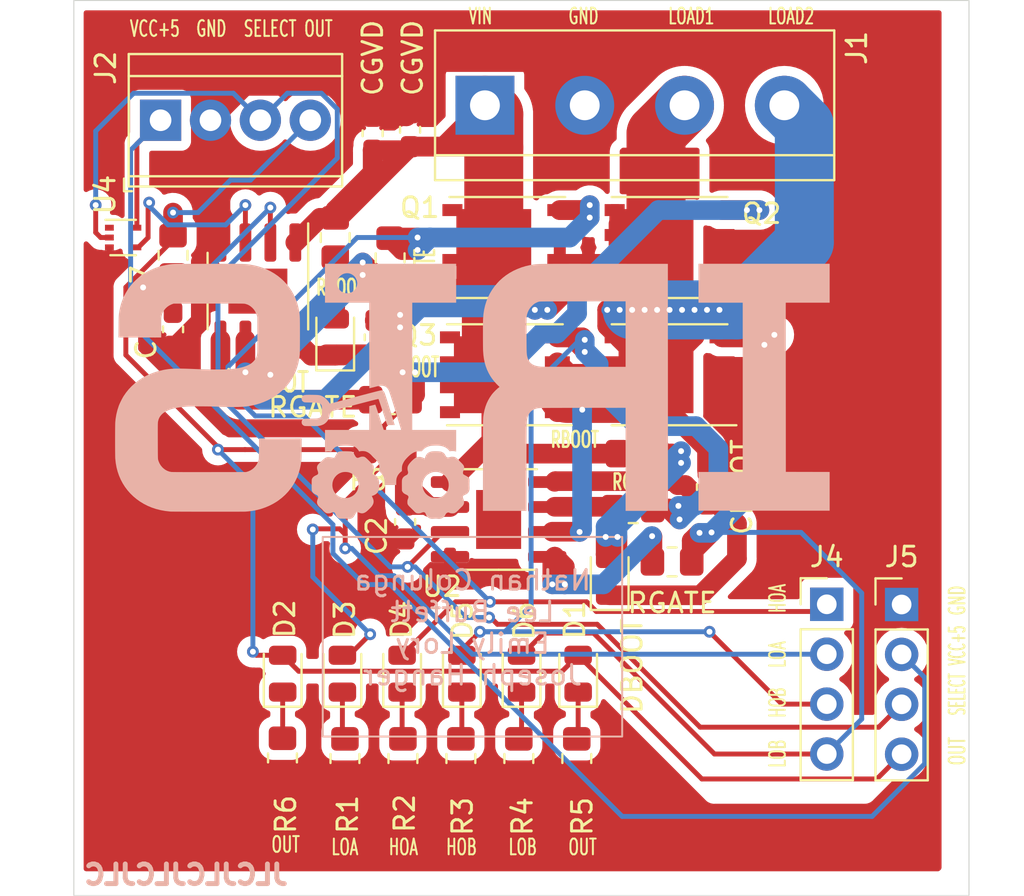
<source format=kicad_pcb>
(kicad_pcb (version 20221018) (generator pcbnew)
  (layers (0 "F.Cu" signal) (31 "B.Cu" signal) (34 "B.Paste" user) (35 "F.Paste" user) (36 "B.SilkS" user "B.Silkscreen") (37 "F.SilkS" user "F.Silkscreen") (38 "B.Mask" user) (39 "F.Mask" user) (44 "Edge.Cuts" user))
  (net 0 "")
  (net 1 "Net-(U1-IN)")
  (net 2 "GND")
  (net 3 "Net-(U2-IN)")
  (net 4 "Net-(DBOOT1-K)")
  (net 5 "Net-(DBOOT2-K)")
  (net 6 "VIN")
  (net 7 "Net-(D1-K)")
  (net 8 "OUT")
  (net 9 "Net-(D2-K)")
  (net 10 "Net-(D3-K)")
  (net 11 "LOA")
  (net 12 "Net-(D4-K)")
  (net 13 "HOA")
  (net 14 "Net-(D5-K)")
  (net 15 "HOB")
  (net 16 "Net-(D6-K)")
  (net 17 "LOB")
  (net 18 "Net-(DBOOT1-A)")
  (net 19 "Net-(DBOOT2-A)")
  (net 20 "LOAD1")
  (net 21 "LOAD2")
  (net 22 "VCC+5")
  (net 23 "SELECT")
  (net 24 "Net-(U1-GH)")
  (net 25 "Net-(U1-GL)")
  (net 26 "Net-(U2-GH)")
  (net 27 "Net-(U2-GL)")
  (net 28 "Net-(U1-SD')")
  (footprint "Connector_PinHeader_2.54mm:PinHeader_1x04_P2.54mm_Vertical" (layer "F.Cu") (at 92.964 51.064)
    (fp_text reference "J5")
    (fp_text value "Conn_01x04_Pin")
  )
  (footprint "Package_TO_SOT_SMD:SOT-553" (layer "F.Cu") (at 53.34 32.385)
    (fp_text reference "U4")
    (fp_text value "74LVC1GU04DRL")
  )
  (footprint "Capacitor_SMD:C_0603_1608Metric_Pad1.08x0.95mm_HandSolder" (layer "F.Cu") (at 67.945 26.8975 90)
    (fp_text reference "CGVD")
    (fp_text value "1uF")
  )
  (footprint "Diode_SMD:D_0805_2012Metric" (layer "F.Cu") (at 78.105 49.657 90)
    (fp_text reference "DBOOT")
    (fp_text value "1V")
  )
  (footprint "Package_SO:SOIC-8-1EP_3.9x4.9mm_P1.27mm_EP2.29x3mm" (layer "F.Cu") (at 60.198 35.114 -90)
    (fp_text reference "U1")
    (fp_text value "LM2104")
  )
  (footprint "Capacitor_SMD:C_0603_1608Metric_Pad1.08x0.95mm_HandSolder" (layer "F.Cu") (at 83.058 45.085 90)
    (fp_text reference "CBOOT")
    (fp_text value "100nF")
  )
  (footprint "TerminalBlock_TE-Connectivity:TerminalBlock_TE_282834-4_1x04_P2.54mm_Horizontal" (layer "F.Cu") (at 55.245 26.416)
    (fp_text reference "J2")
    (fp_text value "Screw_Terminal_01x04")
  )
  (footprint "Package_SO:PowerPAK_SO-8_Single" (layer "F.Cu") (at 72.895 32.893 180)
    (fp_text reference "Q1")
    (fp_text value "NMOS")
  )
  (footprint "Capacitor_SMD:C_0603_1608Metric_Pad1.08x0.95mm_HandSolder" (layer "F.Cu") (at 66.148 37.465 90)
    (fp_text reference "CBOOT")
    (fp_text value "100nF")
  )
  (footprint "LED_SMD:LED_0805_2012Metric" (layer "F.Cu") (at 76.5 54.585 90)
    (fp_text reference "D1")
    (fp_text value "LED")
  )
  (footprint "Package_SO:PowerPAK_SO-8_Single" (layer "F.Cu") (at 72.771 39.37 180)
    (fp_text reference "Q3")
    (fp_text value "NMOS")
  )
  (footprint "LED_SMD:LED_0805_2012Metric" (layer "F.Cu") (at 70.58 54.585 90)
    (fp_text reference "D5")
    (fp_text value "LED")
  )
  (footprint "Resistor_SMD:R_0805_2012Metric_Pad1.20x1.40mm_HandSolder" (layer "F.Cu") (at 66.929 33.417 90)
    (fp_text reference "RGATE")
    (fp_text value "2.2R")
  )
  (footprint "Resistor_SMD:R_0805_2012Metric_Pad1.20x1.40mm_HandSolder" (layer "F.Cu") (at 67.58 58.9025 90)
    (fp_text reference "R2")
    (fp_text value "1200R")
  )
  (footprint "Resistor_SMD:R_0805_2012Metric_Pad1.20x1.40mm_HandSolder" (layer "F.Cu") (at 79.3 46.185)
    (fp_text reference "RGATE")
    (fp_text value "2.2R")
  )
  (footprint "Package_SO:PowerPAK_SO-8_Single" (layer "F.Cu") (at 81.153 39.37 180)
    (fp_text reference "Q4")
    (fp_text value "NMOS")
  )
  (footprint "Resistor_SMD:R_0805_2012Metric_Pad1.20x1.40mm_HandSolder" (layer "F.Cu") (at 64.63 58.9025 90)
    (fp_text reference "R1")
    (fp_text value "1200R")
  )
  (footprint "LED_SMD:LED_0805_2012Metric" (layer "F.Cu") (at 67.54 54.585 90)
    (fp_text reference "D4")
    (fp_text value "LED")
  )
  (footprint "Connector_PinHeader_2.54mm:PinHeader_1x04_P2.54mm_Vertical" (layer "F.Cu") (at 89.154 51.054)
    (fp_text reference "J4")
    (fp_text value "Conn_01x04_Pin")
  )
  (footprint "TerminalBlock:TerminalBlock_bornier-4_P5.08mm" (layer "F.Cu") (at 71.755 25.654)
    (fp_text reference "J1")
    (fp_text value "Screw_Terminal_01x04")
  )
  (footprint "Resistor_SMD:R_0805_2012Metric_Pad1.20x1.40mm_HandSolder" (layer "F.Cu") (at 64.135 32.385 -90)
    (fp_text reference "RBOOT")
    (fp_text value "2.2R")
  )
  (footprint "Capacitor_SMD:C_0603_1608Metric_Pad1.08x0.95mm_HandSolder" (layer "F.Cu") (at 67.691 46.863 -90)
    (fp_text reference "C2")
    (fp_text value "220p")
  )
  (footprint "Resistor_SMD:R_0805_2012Metric_Pad1.20x1.40mm_HandSolder" (layer "F.Cu") (at 73.48 58.9025 90)
    (fp_text reference "R4")
    (fp_text value "1200R")
  )
  (footprint "Capacitor_SMD:C_0603_1608Metric_Pad1.08x0.95mm_HandSolder" (layer "F.Cu") (at 66.04 27.0775 90)
    (fp_text reference "CGVD")
    (fp_text value "1uF")
  )
  (footprint "Package_SO:SOIC-8-1EP_3.9x4.9mm_P1.27mm_EP2.29x3mm" (layer "F.Cu") (at 72.452 46.736)
    (fp_text reference "U2")
    (fp_text value "LM2104")
  )
  (footprint "LED_SMD:LED_0805_2012Metric" (layer "F.Cu") (at 64.5 54.585 90)
    (fp_text reference "D3")
    (fp_text value "LED")
  )
  (footprint "Resistor_SMD:R_0805_2012Metric_Pad1.20x1.40mm_HandSolder" (layer "F.Cu") (at 66.945 40.64)
    (fp_text reference "RGATE")
    (fp_text value "2.2R")
  )
  (footprint "Resistor_SMD:R_0805_2012Metric_Pad1.20x1.40mm_HandSolder" (layer "F.Cu") (at 61.45 58.8725 90)
    (fp_text reference "R6")
    (fp_text value "300R")
  )
  (footprint "LED_SMD:LED_0805_2012Metric" (layer "F.Cu") (at 73.62 54.585 90)
    (fp_text reference "D6")
    (fp_text value "LED")
  )
  (footprint "Package_SO:PowerPAK_SO-8_Single" (layer "F.Cu") (at 81.153 32.893 180)
    (fp_text reference "Q2")
    (fp_text value "NMOS")
  )
  (footprint "Capacitor_SMD:C_0603_1608Metric_Pad1.08x0.95mm_HandSolder" (layer "F.Cu") (at 55.88 37.0575 -90)
    (fp_text reference "C1")
    (fp_text value "220p")
  )
  (footprint "Resistor_SMD:R_0805_2012Metric_Pad1.20x1.40mm_HandSolder" (layer "F.Cu") (at 81.28 48.895)
    (fp_text reference "RGATE")
    (fp_text value "2.2R")
  )
  (footprint "Diode_SMD:D_0805_2012Metric" (layer "F.Cu") (at 64.135 37.465 90)
    (fp_text reference "DBOOT")
    (fp_text value "1V")
  )
  (footprint "Resistor_SMD:R_0805_2012Metric_Pad1.20x1.40mm_HandSolder" (layer "F.Cu") (at 79.5 43.385)
    (fp_text reference "RBOOT")
    (fp_text value "2.2R")
  )
  (footprint "Resistor_SMD:R_0805_2012Metric_Pad1.20x1.40mm_HandSolder" (layer "F.Cu") (at 55.88 33.29 -90)
    (fp_text reference "R7")
    (fp_text value "50R")
  )
  (footprint "Resistor_SMD:R_0805_2012Metric_Pad1.20x1.40mm_HandSolder" (layer "F.Cu") (at 70.53 58.9025 90)
    (fp_text reference "R3")
    (fp_text value "1200R")
  )
  (footprint "Resistor_SMD:R_0805_2012Metric_Pad1.20x1.40mm_HandSolder" (layer "F.Cu") (at 66.675 43.18)
    (fp_text reference "R8")
    (fp_text value "50R")
  )
  (footprint "LED_SMD:LED_0805_2012Metric" (layer "F.Cu") (at 61.46 54.585 90)
    (fp_text reference "D2")
    (fp_text value "LED")
  )
  (footprint "Resistor_SMD:R_0805_2012Metric_Pad1.20x1.40mm_HandSolder" (layer "F.Cu") (at 76.43 58.9025 90)
    (fp_text reference "R5")
    (fp_text value "300R")
  )
  (footprint "LOGO" (layer "B.Cu") (at 71.12 40.005 180)
    (fp_text reference "G***" hide)
    (fp_text value "LOGO" hide)
  )
  (gr_rect (start 63.5 47.625) (end 78.74 57.785) (stroke (width 0.1)) (fill none) (layer "B.SilkS"))
  (gr_rect (start 50.829446 20.32) (end 96.393 65.883554) (stroke (width 0.05)) (fill none) (layer "Edge.Cuts"))
  (gr_text "JLCJLCJLCJLC" (at 61.849 65.405) (layer "B.SilkS") (effects (font (size 1 1) (thickness 0.25) bold) (justify left bottom mirror)))
  (gr_text "Nathan Colunga\nLee Buffett\nEmily Lory\nJoseph Hanger" (at 71.12 55.245) (layer "B.SilkS") (effects (font (size 1 1)) (justify bottom mirror)))
  (gr_text "OUT" (at 75.946 63.881) (layer "F.SilkS") (effects (font (size 0.8 0.5) (thickness 0.1)) (justify left bottom)))
  (gr_text "LOAD1" (at 81.026 21.59) (layer "F.SilkS") (effects (font (size 0.8 0.5) (thickness 0.1)) (justify left bottom)))
  (gr_text "HOA" (at 66.802 63.881) (layer "F.SilkS") (effects (font (size 0.8 0.5) (thickness 0.1)) (justify left bottom)))
  (gr_text "VCC+5" (at 53.625 22.225) (layer "F.SilkS") (effects (font (size 0.8 0.5) (thickness 0.1)) (justify left bottom)))
  (gr_text "GND" (at 96.266 51.689 90) (layer "F.SilkS") (effects (font (size 0.8 0.5) (thickness 0.1)) (justify left bottom)))
  (gr_text "VIN\n" (at 70.866 21.59) (layer "F.SilkS") (effects (font (size 0.8 0.5) (thickness 0.1)) (justify left bottom)))
  (gr_text "SELECT" (at 59.42 22.225) (layer "F.SilkS") (effects (font (size 0.8 0.5) (thickness 0.1)) (justify left bottom)))
  (gr_text "LOAD2" (at 86.106 21.59) (layer "F.SilkS") (effects (font (size 0.8 0.5) (thickness 0.1)) (justify left bottom)))
  (gr_text "SELECT" (at 96.266 56.769 90) (layer "F.SilkS") (effects (font (size 0.8 0.4) (thickness 0.1)) (justify left bottom)))
  (gr_text "HOA" (at 87.122 51.562 90) (layer "F.SilkS") (effects (font (size 0.8 0.5) (thickness 0.1)) (justify left bottom)))
  (gr_text "HOB" (at 87.122 56.896 90) (layer "F.SilkS") (effects (font (size 0.8 0.5) (thickness 0.1)) (justify left bottom)))
  (gr_text "LOB" (at 87.122 59.436 90) (layer "F.SilkS") (effects (font (size 0.8 0.5) (thickness 0.1)) (justify left bottom)))
  (gr_text "OUT\n" (at 62.5 22.225) (layer "F.SilkS") (effects (font (size 0.8 0.5) (thickness 0.1)) (justify left bottom)))
  (gr_text "HOB" (at 69.723 63.881) (layer "F.SilkS") (effects (font (size 0.8 0.5) (thickness 0.1)) (justify left bottom)))
  (gr_text "LOA" (at 63.881 63.881) (layer "F.SilkS") (effects (font (size 0.8 0.5) (thickness 0.1)) (justify left bottom)))
  (gr_text "OUT" (at 60.833 63.754) (layer "F.SilkS") (effects (font (size 0.8 0.5) (thickness 0.1)) (justify left bottom)))
  (gr_text "VCC+5" (at 96.266 54.229 90) (layer "F.SilkS") (effects (font (size 0.8 0.4) (thickness 0.1)) (justify left bottom)))
  (gr_text "GND" (at 57 22.225) (layer "F.SilkS") (effects (font (size 0.8 0.5) (thickness 0.1)) (justify left bottom)))
  (gr_text "OUT" (at 96.266 59.309 90) (layer "F.SilkS") (effects (font (size 0.8 0.5) (thickness 0.1)) (justify left bottom)))
  (gr_text "LOB" (at 72.898 63.881) (layer "F.SilkS") (effects (font (size 0.8 0.5) (thickness 0.1)) (justify left bottom)))
  (gr_text "GND" (at 75.946 21.59) (layer "F.SilkS") (effects (font (size 0.8 0.5) (thickness 0.1)) (justify left bottom)))
  (gr_text "LOA" (at 87.122 54.356 90) (layer "F.SilkS") (effects (font (size 0.8 0.5) (thickness 0.1)) (justify left bottom)))
  (segment (start 55.88 34.29) (end 54.991 34.29) (width 0.25) (layer "F.Cu") (net 1))
  (segment (start 55.88 36.195) (end 55.88 34.29) (width 0.25) (layer "F.Cu") (net 1))
  (segment (start 54.991 34.29) (end 54.356 34.925) (width 0.25) (layer "F.Cu") (net 1))
  (segment (start 60.833 32.639) (end 60.833 30.861) (width 0.25) (layer "F.Cu") (net 1))
  (via (at 54.356 34.925) (size 0.6) (drill 0.3) (layers "F.Cu" "B.Cu") (net 1))
  (via (at 60.833 30.861) (size 0.6) (drill 0.3) (layers "F.Cu" "B.Cu") (net 1))
  (segment (start 54.356 34.925) (end 54.483 34.925) (width 0.25) (layer "B.Cu") (net 1))
  (segment (start 60.833 30.861) (end 56.769 34.925) (width 0.25) (layer "B.Cu") (net 1))
  (segment (start 56.769 34.925) (end 54.356 34.925) (width 0.25) (layer "B.Cu") (net 1))
  (segment (start 69.555 23.454) (end 74.635 23.454) (width 1) (layer "F.Cu") (net 2))
  (segment (start 57.785 26.416) (end 59.535 24.666) (width 1) (layer "F.Cu") (net 2))
  (segment (start 67.765 26.215) (end 67.945 26.035) (width 1) (layer "F.Cu") (net 2))
  (segment (start 66.04 26.215) (end 67.765 26.215) (width 1) (layer "F.Cu") (net 2))
  (segment (start 57.293 36.645325) (end 56.018325 37.92) (width 1) (layer "F.Cu") (net 2))
  (segment (start 59.535 24.666) (end 64.491 24.666) (width 1) (layer "F.Cu") (net 2))
  (segment (start 67.945 26.035) (end 67.945 25.064) (width 1) (layer "F.Cu") (net 2))
  (segment (start 57.293 33.639) (end 57.293 36.645325) (width 1) (layer "F.Cu") (net 2))
  (segment (start 61.45 59.8725) (end 76.4 59.8725) (width 0.25) (layer "F.Cu") (net 2))
  (segment (start 58.293 26.924) (end 57.785 26.416) (width 1) (layer "F.Cu") (net 2))
  (segment (start 67.945 25.064) (end 69.555 23.454) (width 1) (layer "F.Cu") (net 2))
  (segment (start 64.491 24.666) (end 66.04 26.215) (width 1) (layer "F.Cu") (net 2))
  (segment (start 58.293 32.639) (end 58.293 26.924) (width 1) (layer "F.Cu") (net 2))
  (segment (start 52.64 32.885) (end 52.64 33.593) (width 0.25) (layer "F.Cu") (net 2))
  (segment (start 58.293 32.639) (end 57.293 33.639) (width 1) (layer "F.Cu") (net 2))
  (segment (start 74.635 23.454) (end 76.835 25.654) (width 1) (layer "F.Cu") (net 2))
  (segment (start 56.018325 37.92) (end 55.88 37.92) (width 1) (layer "F.Cu") (net 2))
  (segment (start 76.4 59.8725) (end 76.43 59.9025) (width 0.25) (layer "F.Cu") (net 2))
  (segment (start 69.977 46.101) (end 68.9345 46.101) (width 1) (layer "F.Cu") (net 3))
  (segment (start 67.675 44.8415) (end 67.675 43.18) (width 1) (layer "F.Cu") (net 3))
  (segment (start 67.675 43.18) (end 67.675 45.9845) (width 1) (layer "F.Cu") (net 3))
  (segment (start 68.9345 46.101) (end 67.675 44.8415) (width 1) (layer "F.Cu") (net 3))
  (segment (start 67.691 46.0005) (end 68.834 46.0005) (width 1) (layer "F.Cu") (net 3))
  (segment (start 67.945 43.18) (end 67.945 42.545) (width 0.25) (layer "F.Cu") (net 3))
  (segment (start 67.675 45.9845) (end 67.691 46.0005) (width 1) (layer "F.Cu") (net 3))
  (segment (start 62.103 37.589) (end 62.9165 38.4025) (width 1) (layer "F.Cu") (net 4))
  (segment (start 66.148 38.3275) (end 63.683 38.3275) (width 1) (layer "F.Cu") (net 4))
  (segment (start 64.21 38.3275) (end 64.135 38.4025) (width 1) (layer "F.Cu") (net 4))
  (segment (start 62.9165 38.4025) (end 64.135 38.4025) (width 1) (layer "F.Cu") (net 4))
  (segment (start 84.582 46.943944) (end 83.585556 45.9475) (width 1) (layer "F.Cu") (net 5))
  (segment (start 81.361 44.785) (end 81.561 44.985) (width 1) (layer "F.Cu") (net 5))
  (segment (start 81.561 44.985) (end 81.957175 44.985) (width 1) (layer "F.Cu") (net 5))
  (segment (start 75.342 44.785) (end 81.361 44.785) (width 1) (layer "F.Cu") (net 5))
  (segment (start 78.105 50.5945) (end 82.724003 50.5945) (width 1) (layer "F.Cu") (net 5))
  (segment (start 83.585556 45.9475) (end 83.058 45.9475) (width 1) (layer "F.Cu") (net 5))
  (segment (start 84.582 48.736503) (end 84.582 46.943944) (width 1) (layer "F.Cu") (net 5))
  (segment (start 81.957175 44.985) (end 82.919675 45.9475) (width 1) (layer "F.Cu") (net 5))
  (segment (start 82.919675 45.9475) (end 83.058 45.9475) (width 1) (layer "F.Cu") (net 5))
  (segment (start 75.308 44.819) (end 75.342 44.785) (width 1) (layer "F.Cu") (net 5))
  (segment (start 82.724003 50.5945) (end 84.582 48.736503) (width 1) (layer "F.Cu") (net 5))
  (segment (start 72.152 27.76) (end 72.205 27.813) (width 1) (layer "F.Cu") (net 6))
  (segment (start 69.649 27.76) (end 71.755 25.654) (width 1) (layer "F.Cu") (net 6))
  (segment (start 62.103 32.639) (end 63.357 31.385) (width 1) (layer "F.Cu") (net 6))
  (segment (start 67.945 27.76) (end 72.152 27.76) (width 1) (layer "F.Cu") (net 6))
  (segment (start 72.081 41.402) (end 72.081 39.37) (width 1) (layer "F.Cu") (net 6))
  (segment (start 72.205 27.813) (end 72.205 26.104) (width 3) (layer "F.Cu") (net 6))
  (segment (start 66.04 29.083) (end 64.135 30.988) (width 1) (layer "F.Cu") (net 6))
  (segment (start 72.081 33.017) (end 72.205 32.893) (width 3) (layer "F.Cu") (net 6))
  (segment (start 72.081 42.325) (end 72.081 41.402) (width 1) (layer "F.Cu") (net 6))
  (segment (start 64.135 30.988) (end 64.135 31.385) (width 1) (layer "F.Cu") (net 6))
  (segment (start 72.081 42.727) (end 72.081 41.402) (width 1) (layer "F.Cu") (net 6))
  (segment (start 69.977 44.831) (end 72.081 42.727) (width 1) (layer "F.Cu") (net 6))
  (segment (start 64.135 31.385) (end 64.32 31.385) (width 1) (layer "F.Cu") (net 6))
  (segment (start 66.04 27.94) (end 66.04 29.083) (width 1) (layer "F.Cu") (net 6))
  (segment (start 73.141 43.385) (end 72.081 42.325) (width 1) (layer "F.Cu") (net 6))
  (segment (start 63.357 31.385) (end 64.135 31.385) (width 1) (layer "F.Cu") (net 6))
  (segment (start 67.945 27.76) (end 69.649 27.76) (width 1) (layer "F.Cu") (net 6))
  (segment (start 72.205 26.104) (end 71.755 25.654) (width 3) (layer "F.Cu") (net 6))
  (segment (start 72.205 32.893) (end 72.205 27.813) (width 3) (layer "F.Cu") (net 6))
  (segment (start 78.5 43.385) (end 73.141 43.385) (width 1) (layer "F.Cu") (net 6))
  (segment (start 72.081 39.37) (end 72.081 33.017) (width 3) (layer "F.Cu") (net 6))
  (segment (start 64.32 31.385) (end 67.945 27.76) (width 1) (layer "F.Cu") (net 6))
  (segment (start 67.765 27.94) (end 67.945 27.76) (width 1) (layer "F.Cu") (net 6))
  (segment (start 66.04 27.94) (end 67.765 27.94) (width 1) (layer "F.Cu") (net 6))
  (segment (start 76.5 57.8325) (end 76.43 57.9025) (width 0.25) (layer "F.Cu") (net 7))
  (segment (start 76.5 55.5225) (end 76.5 57.8325) (width 0.25) (layer "F.Cu") (net 7))
  (segment (start 55.88 32.512) (end 53.4775 34.9145) (width 0.25) (layer "F.Cu") (net 8))
  (segment (start 53.4775 34.9145) (end 53.4775 38.3645) (width 0.25) (layer "F.Cu") (net 8))
  (segment (start 65.945 43.18) (end 59.563 43.18) (width 0.25) (layer "F.Cu") (net 8))
  (segment (start 62.2725 54.46) (end 61.46 53.6475) (width 0.25) (layer "F.Cu") (net 8))
  (segment (start 75.6875 54.46) (end 62.2725 54.46) (width 0.25) (layer "F.Cu") (net 8))
  (segment (start 55.88 32.29) (end 55.88 31.115) (width 1) (layer "F.Cu") (net 8))
  (segment (start 61.46 53.6475) (end 60.1245 53.6475) (width 0.25) (layer "F.Cu") (net 8))
  (segment (start 55.88 32.29) (end 55.88 32.512) (width 0.25) (layer "F.Cu") (net 8))
  (segment (start 58.166 43.18) (end 58.293 43.18) (width 0.25) (layer "F.Cu") (net 8))
  (segment (start 59.525 43.18) (end 59.563 43.18) (width 0.25) (layer "F.Cu") (net 8))
  (segment (start 76.5 53.6475) (end 75.6875 54.46) (width 0.25) (layer "F.Cu") (net 8))
  (segment (start 76.5 53.6475) (end 82.7965 59.944) (width 0.25) (layer "F.Cu") (net 8))
  (segment (start 53.4775 38.3645) (end 58.166 43.053) (width 0.25) (layer "F.Cu") (net 8))
  (segment (start 58.293 43.18) (end 59.525 43.18) (width 0.25) (layer "F.Cu") (net 8))
  (segment (start 58.166 43.053) (end 58.166 43.18) (width 0.25) (layer "F.Cu") (net 8))
  (segment (start 82.7965 59.944) (end 91.704 59.944) (width 0.25) (layer "F.Cu") (net 8))
  (segment (start 58.293 43.18) (end 58.293 43.18) (width 0.25) (layer "F.Cu") (net 8))
  (segment (start 91.704 59.944) (end 92.964 58.684) (width 0.25) (layer "F.Cu") (net 8))
  (segment (start 60.1245 53.6475) (end 59.944 53.467) (width 0.25) (layer "F.Cu") (net 8))
  (via (at 59.944 53.467) (size 0.6) (drill 0.3) (layers "F.Cu" "B.Cu") (net 8))
  (via (at 55.88 31.115) (size 0.6) (drill 0.3) (layers "F.Cu" "B.Cu") (net 8))
  (via (at 58.166 43.18) (size 0.6) (drill 0.3) (layers "F.Cu" "B.Cu") (net 8))
  (segment (start 57.15 31.115) (end 58.801 29.464) (width 0.25) (layer "B.Cu") (net 8))
  (segment (start 59.817 29.464) (end 62.865 26.416) (width 0.25) (layer "B.Cu") (net 8))
  (segment (start 58.166 43.18) (end 59.944 44.958) (width 0.25) (layer "B.Cu") (net 8))
  (segment (start 58.801 29.464) (end 59.817 29.464) (width 0.25) (layer "B.Cu") (net 8))
  (segment (start 59.944 44.958) (end 59.944 53.467) (width 0.25) (layer "B.Cu") (net 8))
  (segment (start 55.88 31.115) (end 57.15 31.115) (width 0.25) (layer "B.Cu") (net 8))
  (segment (start 61.46 55.5225) (end 61.46 57.8625) (width 0.25) (layer "F.Cu") (net 9))
  (segment (start 61.46 57.8625) (end 61.45 57.8725) (width 0.25) (layer "F.Cu") (net 9))
  (segment (start 64.5 57.7725) (end 64.63 57.9025) (width 0.25) (layer "F.Cu") (net 10))
  (segment (start 64.5 55.5225) (end 64.5 57.7725) (width 0.25) (layer "F.Cu") (net 10))
  (segment (start 64.643 47.498) (end 64.358 47.213) (width 0.25) (layer "F.Cu") (net 11))
  (segment (start 66.6 43.868173) (end 66.6 41.985) (width 0.25) (layer "F.Cu") (net 11))
  (segment (start 66.6 41.985) (end 67.945 40.64) (width 0.25) (layer "F.Cu") (net 11))
  (segment (start 64.358 47.213) (end 63.023 47.213) (width 0.25) (layer "F.Cu") (net 11))
  (segment (start 68.199 39.243) (end 68.199 40.386) (width 1) (layer "F.Cu") (net 11))
  (segment (start 67.564 40.259) (end 67.945 40.64) (width 1) (layer "F.Cu") (net 11))
  (segment (start 63.023 47.213) (end 62.992 47.244) (width 0.25) (layer "F.Cu") (net 11))
  (segment (start 64.8435 53.6475) (end 65.913 52.578) (width 0.25) (layer "F.Cu") (net 11))
  (segment (start 67.564 39.243) (end 67.564 40.259) (width 1) (layer "F.Cu") (net 11))
  (segment (start 83.823 30.988) (end 85.725 30.988) (width 1) (layer "F.Cu") (net 11))
  (segment (start 64.643 53.5045) (end 64.5 53.6475) (width 0.25) (layer "F.Cu") (net 11))
  (segment (start 64.5 53.6475) (end 64.8435 53.6475) (width 0.25) (layer "F.Cu") (net 11))
  (segment (start 64.643 48.208) (end 64.643 47.498) (width 0.25) (layer "F.Cu") (net 11))
  (segment (start 64.643 45.825173) (end 66.6 43.868173) (width 0.25) (layer "F.Cu") (net 11))
  (segment (start 68.199 40.386) (end 67.945 40.64) (width 1) (layer "F.Cu") (net 11))
  (segment (start 64.643 47.498) (end 64.643 45.825173) (width 0.25) (layer "F.Cu") (net 11))
  (via (at 68.199 39.243) (size 0.6) (drill 0.3) (layers "F.Cu" "B.Cu") (net 11))
  (via (at 67.564 39.243) (size 0.6) (drill 0.3) (layers "F.Cu" "B.Cu") (net 11))
  (via (at 65.913 52.578) (size 0.6) (drill 0.3) (layers "F.Cu" "B.Cu") (net 11))
  (via (at 85.725 30.988) (size 0.6) (drill 0.3) (layers "F.Cu" "B.Cu") (net 11))
  (via (at 64.643 48.208) (size 0.6) (drill 0.3) (layers "F.Cu" "B.Cu") (net 11))
  (via (at 62.992 47.244) (size 0.6) (drill 0.3) (layers "F.Cu" "B.Cu") (net 11))
  (via (at 85.09 30.988) (size 0.6) (drill 0.3) (layers "F.Cu" "B.Cu") (net 11))
  (segment (start 62.992 49.657) (end 65.913 52.578) (width 0.25) (layer "B.Cu") (net 11))
  (segment (start 64.970604 48.208) (end 66.361604 49.599) (width 0.25) (layer "B.Cu") (net 11))
  (segment (start 67.125 49.599) (end 71.12 53.594) (width 0.25) (layer "B.Cu") (net 11))
  (segment (start 75.427056 37.268) (end 74.619 37.268) (width 1) (layer "B.Cu") (net 11))
  (segment (start 74.619 37.268) (end 72.644 39.243) (width 1) (layer "B.Cu") (net 11))
  (segment (start 80.58173 30.988) (end 76.444635 35.125095) (width 1) (layer "B.Cu") (net 11))
  (segment (start 72.644 39.243) (end 68.199 39.243) (width 1) (layer "B.Cu") (net 11))
  (segment (start 66.361604 49.599) (end 67.125 49.599) (width 0.25) (layer "B.Cu") (net 11))
  (segment (start 71.12 53.594) (end 89.154 53.594) (width 0.25) (layer "B.Cu") (net 11))
  (segment (start 68.199 39.243) (end 67.564 39.243) (width 1) (layer "B.Cu") (net 11))
  (segment (start 85.725 30.988) (end 80.58173 30.988) (width 1) (layer "B.Cu") (net 11))
  (segment (start 64.643 48.208) (end 64.970604 48.208) (width 0.25) (layer "B.Cu") (net 11))
  (segment (start 76.444635 35.125095) (end 76.444635 36.250421) (width 1) (layer "B.Cu") (net 11))
  (segment (start 76.444635 36.250421) (end 75.427056 37.268) (width 1) (layer "B.Cu") (net 11))
  (segment (start 62.992 47.244) (end 62.992 49.657) (width 0.25) (layer "B.Cu") (net 11))
  (segment (start 67.54 55.5225) (end 67.54 57.8625) (width 0.25) (layer "F.Cu") (net 12))
  (segment (start 67.54 57.8625) (end 67.58 57.9025) (width 0.25) (layer "F.Cu") (net 12))
  (segment (start 66.929 32.417) (end 66.961 32.385) (width 1) (layer "F.Cu") (net 13))
  (segment (start 77.089 31.369) (end 76.708 30.988) (width 1) (layer "F.Cu") (net 13))
  (segment (start 68.326 33.02) (end 67.532 33.02) (width 1) (layer "F.Cu") (net 13))
  (segment (start 88.7885 51.4195) (end 89.154 51.054) (width 0.25) (layer "F.Cu") (net 13))
  (segment (start 77.425666 51.4195) (end 88.7885 51.4195) (width 0.25) (layer "F.Cu") (net 13))
  (segment (start 72.009 50.927) (end 76.933166 50.927) (width 0.25) (layer "F.Cu") (net 13))
  (segment (start 70.2605 50.927) (end 72.009 50.927) (width 0.25) (layer "F.Cu") (net 13))
  (segment (start 66.961 32.385) (end 68.326 32.385) (width 1) (layer "F.Cu") (net 13))
  (segment (start 67.54 53.6475) (end 70.2605 50.927) (width 0.25) (layer "F.Cu") (net 13))
  (segment (start 75.565 30.988) (end 76.835 30.988) (width 1) (layer "F.Cu") (net 13))
  (segment (start 76.835 30.988) (end 77.089 30.734) (width 1) (layer "F.Cu") (net 13))
  (segment (start 67.532 33.02) (end 66.929 32.417) (width 1) (layer "F.Cu") (net 13))
  (segment (start 76.708 30.988) (end 75.565 30.988) (width 1) (layer "F.Cu") (net 13))
  (segment (start 76.933166 50.927) (end 77.425666 51.4195) (width 0.25) (layer "F.Cu") (net 13))
  (via (at 77.089 30.734) (size 0.6) (drill 0.3) (layers "F.Cu" "B.Cu") (net 13))
  (via (at 72.009 50.927) (size 0.6) (drill 0.3) (layers "F.Cu" "B.Cu") (net 13))
  (via (at 68.326 32.385) (size 0.6) (drill 0.3) (layers "F.Cu" "B.Cu") (net 13))
  (via (at 77.089 31.369) (size 0.6) (drill 0.3) (layers "F.Cu" "B.Cu") (net 13))
  (via (at 68.326 33.02) (size 0.6) (drill 0.3) (layers "F.Cu" "B.Cu") (net 13))
  (segment (start 68.961 32.385) (end 68.326 32.385) (width 1) (layer "B.Cu") (net 13))
  (segment (start 77.089 31.369) (end 77.089 30.734) (width 1) (layer "B.Cu") (net 13))
  (segment (start 62.547 41.465) (end 60.064218 41.465) (width 0.25) (layer "B.Cu") (net 13))
  (segment (start 68.326 33.02) (end 68.961 32.385) (width 1) (layer "B.Cu") (net 13))
  (segment (start 68.961 32.385) (end 76.073 32.385) (width 1) (layer "B.Cu") (net 13))
  (segment (start 72.009 50.927) (end 62.547 41.465) (width 0.25) (layer "B.Cu") (net 13))
  (segment (start 76.073 32.385) (end 77.089 31.369) (width 1) (layer "B.Cu") (net 13))
  (segment (start 58.674 40.074782) (end 58.674 38.965274) (width 0.25) (layer "B.Cu") (net 13))
  (segment (start 60.064218 41.465) (end 58.674 40.074782) (width 0.25) (layer "B.Cu") (net 13))
  (segment (start 58.674 38.965274) (end 65.254274 32.385) (width 0.25) (layer "B.Cu") (net 13))
  (segment (start 65.254274 32.385) (end 68.326 32.385) (width 0.25) (layer "B.Cu") (net 13))
  (segment (start 70.58 55.5225) (end 70.58 57.8525) (width 0.25) (layer "F.Cu") (net 14))
  (segment (start 70.58 57.8525) (end 70.53 57.9025) (width 0.25) (layer "F.Cu") (net 14))
  (segment (start 70.58 53.372) (end 70.58 53.6475) (width 0.25) (layer "F.Cu") (net 15))
  (segment (start 81.460119 46.185) (end 81.46056 46.185441) (width 1) (layer "F.Cu") (net 15))
  (segment (start 75.441 37.465) (end 76.18 37.465) (width 1) (layer "F.Cu") (net 15))
  (segment (start 71.501 52.451) (end 70.58 53.372) (width 0.25) (layer "F.Cu") (net 15))
  (segment (start 75.441 37.465) (end 76.708 37.465) (width 1) (layer "F.Cu") (net 15))
  (segment (start 86.868 56.134) (end 83.185 52.451) (width 0.25) (layer "F.Cu") (net 15))
  (segment (start 76.18 37.465) (end 76.835 38.12) (width 1) (layer "F.Cu") (net 15))
  (segment (start 80.3 46.185) (end 81.11 46.185) (width 1) (layer "F.Cu") (net 15))
  (segment (start 89.154 56.134) (end 86.868 56.134) (width 0.25) (layer "F.Cu") (net 15))
  (segment (start 80.3 46.185) (end 81.460119 46.185) (width 1) (layer "F.Cu") (net 15))
  (segment (start 81.11 46.185) (end 81.661 46.736) (width 1) (layer "F.Cu") (net 15))
  (segment (start 76.708 37.465) (end 76.835 37.592) (width 1) (layer "F.Cu") (net 15))
  (via (at 71.501 52.451) (size 0.6) (drill 0.3) (layers "F.Cu" "B.Cu") (net 15))
  (via (at 81.661 46.736) (size 0.6) (drill 0.3) (layers "F.Cu" "B.Cu") (net 15))
  (via (at 81.602334 46.043666) (size 0.6) (drill 0.3) (layers "F.Cu" "B.Cu") (net 15))
  (via (at 76.835 38.207) (size 0.6) (drill 0.3) (layers "F.Cu" "B.Cu") (net 15))
  (via (at 83.185 52.451) (size 0.6) (drill 0.3) (layers "F.Cu" "B.Cu") (net 15))
  (via (at 76.835 37.592) (size 0.6) (drill 0.3) (layers "F.Cu" "B.Cu") (net 15))
  (segment (start 77.363 38.735) (end 77.45 38.735) (width 1) (layer "B.Cu") (net 15))
  (segment (start 82.907972 45.569972) (end 82.492944 45.985) (width 1) (layer "B.Cu") (net 15))
  (segment (start 74.105 51.117) (end 72.771 52.451) (width 0.25) (layer "B.Cu") (net 15))
  (segment (start 74.105 40.068) (end 74.105 51.117) (width 0.25) (layer "B.Cu") (net 15))
  (segment (start 77.54 38.825) (end 77.54 40.01127) (width 1) (layer "B.Cu") (net 15))
  (segment (start 82.434278 46.043666) (end 82.907972 45.569972) (width 1) (layer "B.Cu") (net 15))
  (segment (start 71.501 52.451) (end 83.185 52.451) (width 0.25) (layer "B.Cu") (net 15))
  (segment (start 83.636 44.841944) (end 82.907972 45.569972) (width 1) (layer "B.Cu") (net 15))
  (segment (start 83.636 43.123) (end 83.636 44.841944) (width 1) (layer "B.Cu") (net 15))
  (segment (start 76.835 38.12) (end 76.835 38.12) (width 1) (layer "B.Cu") (net 15))
  (segment (start 76.835 38.207) (end 77.363 38.735) (width 1) (layer "B.Cu") (net 15))
  (segment (start 72.771 52.451) (end 71.501 52.451) (width 0.25) (layer "B.Cu") (net 15))
  (segment (start 76.835 37.592) (end 76.581 37.592) (width 0.25) (layer "B.Cu") (net 15))
  (segment (start 79.51373 41.985) (end 82.498 41.985) (width 1) (layer "B.Cu") (net 15))
  (segment (start 81.661 46.736) (end 82.412 45.985) (width 1) (layer "B.Cu") (net 15))
  (segment (start 77.45 38.735) (end 76.835 38.12) (width 1) (layer "B.Cu") (net 15))
  (segment (start 82.412 45.985) (end 82.492944 45.985) (width 1) (layer "B.Cu") (net 15))
  (segment (start 82.498 41.985) (end 83.636 43.123) (width 1) (layer "B.Cu") (net 15))
  (segment (start 76.835 38.12) (end 76.835 37.592) (width 1) (layer "B.Cu") (net 15))
  (segment (start 76.581 37.592) (end 74.105 40.068) (width 0.25) (layer "B.Cu") (net 15))
  (segment (start 77.54 40.01127) (end 79.51373 41.985) (width 1) (layer "B.Cu") (net 15))
  (segment (start 81.602334 46.043666) (end 82.434278 46.043666) (width 1) (layer "B.Cu") (net 15))
  (segment (start 77.45 38.735) (end 77.54 38.825) (width 1) (layer "B.Cu") (net 15))
  (segment (start 73.62 57.7625) (end 73.48 57.9025) (width 0.25) (layer "F.Cu") (net 16))
  (segment (start 73.62 55.5225) (end 73.62 57.7625) (width 0.25) (layer "F.Cu") (net 16))
  (segment (start 83.437604 58.674) (end 77.283604 52.52) (width 0.25) (layer "F.Cu") (net 17))
  (segment (start 86.36 37.465) (end 86.487 37.338) (width 1) (layer "F.Cu") (net 17))
  (segment (start 82.28 48.895) (end 82.28 47.814056) (width 1) (layer "F.Cu") (net 17))
  (segment (start 82.28 48.403) (end 82.28 48.895) (width 1) (layer "F.Cu") (net 17))
  (segment (start 77.283604 52.52) (end 74.7475 52.52) (width 0.25) (layer "F.Cu") (net 17))
  (segment (start 83.823 37.465) (end 85.598 37.465) (width 1) (layer "F.Cu") (net 17))
  (segment (start 89.154 58.674) (end 83.437604 58.674) (width 0.25) (layer "F.Cu") (net 17))
  (segment (start 83.288972 47.394028) (end 82.28 48.403) (width 1) (layer "F.Cu") (net 17))
  (segment (start 74.7475 52.52) (end 73.62 53.6475) (width 0.25) (layer "F.Cu") (net 17))
  (segment (start 85.598 37.465) (end 85.979 37.846) (width 1) (layer "F.Cu") (net 17))
  (segment (start 82.28 47.814056) (end 82.677 47.417056) (width 1) (layer "F.Cu") (net 17))
  (segment (start 83.823 37.465) (end 86.36 37.465) (width 1) (layer "F.Cu") (net 17))
  (via (at 85.979 37.846) (size 0.6) (drill 0.3) (layers "F.Cu" "B.Cu") (net 17))
  (via (at 83.288972 47.394028) (size 0.6) (drill 0.3) (layers "F.Cu" "B.Cu") (net 17))
  (via (at 86.487 37.338) (size 0.6) (drill 0.3) (layers "F.Cu" "B.Cu") (net 17))
  (via (at 82.677 47.417056) (size 0.6) (drill 0.3) (layers "F.Cu" "B.Cu") (net 17))
  (segment (start 90.932 56.896) (end 89.154 58.674) (width 0.25) (layer "B.Cu") (net 17))
  (segment (start 82.677 47.417056) (end 83.265944 47.417056) (width 1) (layer "B.Cu") (net 17))
  (segment (start 87.844028 47.394028) (end 90.932 50.482) (width 0.25) (layer "B.Cu") (net 17))
  (segment (start 83.265944 47.417056) (end 83.288972 47.394028) (width 1) (layer "B.Cu") (net 17))
  (segment (start 85.979 37.846) (end 86.487 37.338) (width 1) (layer "B.Cu") (net 17))
  (segment (start 90.932 50.482) (end 90.932 56.896) (width 0.25) (layer "B.Cu") (net 17))
  (segment (start 85.471 38.354) (end 85.979 37.846) (width 1) (layer "B.Cu") (net 17))
  (segment (start 83.288972 47.394028) (end 85.471 45.212) (width 1) (layer "B.Cu") (net 17))
  (segment (start 83.288972 47.394028) (end 87.844028 47.394028) (width 0.25) (layer "B.Cu") (net 17))
  (segment (start 85.471 45.212) (end 85.471 38.354) (width 1) (layer "B.Cu") (net 17))
  (segment (start 64.135 35.941) (end 64.135 33.385) (width 1) (layer "F.Cu") (net 18))
  (segment (start 80.5 43.385) (end 81.268 43.385) (width 1) (layer "F.Cu") (net 19))
  (segment (start 78.5 47.625) (end 78.5 48.3245) (width 1) (layer "F.Cu") (net 19))
  (segment (start 80.5 43.385) (end 81.61 43.385) (width 1) (layer "F.Cu") (net 19))
  (segment (start 81.61 43.385) (end 81.558972 43.436028) (width 1) (layer "F.Cu") (net 19))
  (segment (start 81.268 43.385) (end 81.468 43.585) (width 1) (layer "F.Cu") (net 19))
  (segment (start 78.5 48.3245) (end 78.105 48.7195) (width 1) (layer "F.Cu") (net 19))
  (segment (start 77.9 48.5145) (end 78.105 48.7195) (width 1) (layer "F.Cu") (net 19))
  (segment (start 77.9 47.625) (end 77.9 48.5145) (width 1) (layer "F.Cu") (net 19))
  (via (at 78.5 47.625) (size 0.6) (drill 0.3) (layers "F.Cu" "B.Cu") (net 19))
  (via (at 81.739 43.256) (size 0.6) (drill 0.3) (layers "F.Cu" "B.Cu") (net 19))
  (via (at 81.739 43.856) (size 0.6) (drill 0.3) (layers "F.Cu" "B.Cu") (net 19))
  (via (at 77.9 47.625) (size 0.6) (drill 0.3) (layers "F.Cu" "B.Cu") (net 19))
  (segment (start 77.9 47.095) (end 81.739 43.256) (width 1) (layer "B.Cu") (net 19))
  (segment (start 81.739 43.856) (end 78.5 47.095) (width 1) (layer "B.Cu") (net 19))
  (segment (start 78.5 47.095) (end 78.5 47.625) (width 1) (layer "B.Cu") (net 19))
  (segment (start 77.9 47.625) (end 77.9 47.095) (width 1) (layer "B.Cu") (net 19))
  (segment (start 59.563 39.243) (end 59.563 39.196944) (width 1) (layer "F.Cu") (net 20))
  (segment (start 67.1565 36.6025) (end 67.437 36.322) (width 1) (layer "F.Cu") (net 20))
  (segment (start 59.563 37.589) (end 59.563 39.243) (width 1) (layer "F.Cu") (net 20))
  (segment (start 66.148 36.6025) (end 67.1565 36.6025) (width 1) (layer "F.Cu") (net 20))
  (segment (start 80.463 32.893) (end 80.463 27.106) (width 3) (layer "F.Cu") (net 20))
  (segment (start 66.148 36.6025) (end 67.0825 36.6025) (width 1) (layer "F.Cu") (net 20))
  (segment (start 67.0825 36.6025) (end 67.437 36.957) (width 1) (layer "F.Cu") (net 20))
  (segment (start 80.463 27.106) (end 81.915 25.654) (width 3) (layer "F.Cu") (net 20))
  (segment (start 75.565 34.798) (end 74.295 36.068) (width 1) (layer "F.Cu") (net 20))
  (segment (start 75.565 35.433) (end 74.93 36.068) (width 1) (layer "F.Cu") (net 20))
  (segment (start 75.565 34.798) (end 75.565 35.433) (width 1) (layer "F.Cu") (net 20))
  (via (at 59.563 39.243) (size 0.6) (drill 0.3) (layers "F.Cu" "B.Cu") (net 20))
  (via (at 67.437 36.322) (size 0.6) (drill 0.3) (layers "F.Cu" "B.Cu") (net 20))
  (via (at 67.437 36.957) (size 0.6) (drill 0.3) (layers "F.Cu" "B.Cu") (net 20))
  (via (at 74.295 36.068) (size 0.6) (drill 0.3) (layers "F.Cu" "B.Cu") (net 20))
  (via (at 74.93 36.068) (size 0.6) (drill 0.3) (layers "F.Cu" "B.Cu") (net 20))
  (segment (start 67.437 36.83) (end 67.437 36.83) (width 1) (layer "B.Cu") (net 20))
  (segment (start 59.563 39.797056) (end 60.405944 40.64) (width 1) (layer "B.Cu") (net 20))
  (segment (start 63.627 40.64) (end 67.31 36.957) (width 1) (layer "B.Cu") (net 20))
  (segment (start 59.563 39.243) (end 59.563 39.797056) (width 1) (layer "B.Cu") (net 20))
  (segment (start 67.437 36.957) (end 68.453 35.941) (width 1) (layer "B.Cu") (net 20))
  (segment (start 67.31 36.957) (end 67.437 36.957) (width 1) (layer "B.Cu") (net 20))
  (segment (start 67.437 36.322) (end 68.453 35.306) (width 1) (layer "B.Cu") (net 20))
  (segment (start 67.437 36.957) (end 67.437 36.322) (width 1) (layer "B.Cu") (net 20))
  (segment (start 60.405944 40.64) (end 63.627 40.64) (width 1) (layer "B.Cu") (net 20))
  (segment (start 68.453 35.941) (end 74.803 35.941) (width 1) (layer "B.Cu") (net 20))
  (segment (start 74.803 35.941) (end 74.93 36.068) (width 1) (layer "B.Cu") (net 20))
  (segment (start 68.453 35.306) (end 73.533 35.306) (width 1) (layer "B.Cu") (net 20))
  (segment (start 67.437 36.322) (end 67.437 36.83) (width 1) (layer "B.Cu") (net 20))
  (segment (start 73.533 35.306) (end 74.295 36.068) (width 1) (layer "B.Cu") (net 20))
  (segment (start 80.463 36.123) (end 80.518 36.068) (width 1) (layer "F.Cu") (net 21))
  (segment (start 78.613 36.068) (end 78.613 37.52) (width 1) (layer "F.Cu") (net 21))
  (segment (start 75.441 38.735) (end 76.076 39.37) (width 1) (layer "F.Cu") (net 21))
  (segment (start 79.248 36.068) (end 79.248 38.155) (width 1) (layer "F.Cu") (net 21))
  (segment (start 79.248 36.068) (end 79.883 36.068) (width 1) (layer "F.Cu") (net 21))
  (segment (start 76.561 47.359) (end 75.181 47.359) (width 1) (layer "F.Cu") (net 21))
  (segment (start 81.153 36.068) (end 81.153 38.68) (width 1) (layer "F.Cu") (net 21))
  (segment (start 83.058 36.068) (end 83.693 36.068) (width 1) (layer "F.Cu") (net 21))
  (segment (start 81.788 36.068) (end 82.423 36.068) (width 1) (layer "F.Cu") (net 21))
  (segment (start 83.693 36.068) (end 82.88 36.068) (width 1) (layer "F.Cu") (net 21))
  (segment (start 79.513 40.32) (end 75.946 40.32) (width 3) (layer "F.Cu") (net 21))
  (segment (start 81.788 36.068) (end 81.788 38.045) (width 1) (layer "F.Cu") (net 21))
  (segment (start 80.463 40.540944) (end 83.058 43.135944) (width 1) (layer "F.Cu") (net 21))
  (segment (start 80.463 39.37) (end 80.463 36.123) (width 1) (layer "F.Cu") (net 21))
  (segment (start 80.463 39.37) (end 79.513 40.32) (width 3) (layer "F.Cu") (net 21))
  (segment (start 77.978 36.068) (end 77.978 36.885) (width 1) (layer "F.Cu") (net 21))
  (segment (start 82.423 36.525) (end 82.423 37.41) (width 1) (layer "F.Cu") (net 21))
  (segment (start 78.613 36.068) (end 77.978 36.068) (width 1) (layer "F.Cu") (net 21))
  (segment (start 75.441 40.005) (end 79.828 40.005) (width 1) (layer "F.Cu") (net 21))
  (segment (start 79.248 38.155) (end 80.463 39.37) (width 1) (layer "F.Cu") (net 21))
  (segment (start 82.423 36.068) (end 83.058 36.068) (width 1) (layer "F.Cu") (net 21))
  (segment (start 78.558 41.275) (end 80.463 39.37) (width 1) (layer "F.Cu") (net 21))
  (segment (start 78.613 37.52) (end 80.463 39.37) (width 1) (layer "F.Cu") (net 21))
  (segment (start 81.153 38.68) (end 80.463 39.37) (width 1) (layer "F.Cu") (net 21))
  (segment (start 80.463 39.37) (end 80.463 40.540944) (width 1) (layer "F.Cu") (net 21))
  (segment (start 79.883 36.068) (end 81.153 36.068) (width 1) (layer "F.Cu") (net 21))
  (segment (start 82.423 36.703) (end 82.423 37.41) (width 1) (layer "F.Cu") (net 21))
  (segment (start 76.573 47.371) (end 76.561 47.359) (width 1) (layer "F.Cu") (net 21))
  (segment (start 81.153 36.068) (end 81.788 36.068) (width 1) (layer "F.Cu") (net 21))
  (segment (start 75.441 41.275) (end 78.558 41.275) (width 1) (layer "F.Cu") (net 21))
  (segment (start 79.883 36.068) (end 79.883 38.79) (width 1) (layer "F.Cu") (net 21))
  (segment (start 79.828 40.005) (end 80.463 39.37) (width 1) (layer "F.Cu") (net 21))
  (segment (start 81.788 38.045) (end 80.463 39.37) (width 1) (layer "F.Cu") (net 21))
  (segment (start 77.978 36.068) (end 79.248 36.068) (width 1) (layer "F.Cu") (net 21))
  (segment (start 76.076 39.37) (end 80.463 39.37) (width 1) (layer "F.Cu") (net 21))
  (segment (start 82.423 37.41) (end 80.463 39.37) (width 1) (layer "F.Cu") (net 21))
  (segment (start 83.058 36.068) (end 82.423 36.703) (width 1) (layer "F.Cu") (net 21))
  (segment (start 82.88 36.068) (end 82.423 36.525) (width 1) (layer "F.Cu") (net 21))
  (segment (start 82.423 36.068) (end 82.423 37.41) (width 1) (layer "F.Cu") (net 21))
  (segment (start 79.883 38.79) (end 80.463 39.37) (width 1) (layer "F.Cu") (net 21))
  (segment (start 83.058 43.135944) (end 83.058 44.2225) (width 1) (layer "F.Cu") (net 21))
  (segment (start 80.518 36.068) (end 78.613 36.068) (width 1) (layer "F.Cu") (net 21))
  (segment (start 77.978 36.885) (end 80.463 39.37) (width 1) (layer "F.Cu") (net 21))
  (via (at 83.058 36.068) (size 0.6) (drill 0.3) (layers "F.Cu" "B.Cu") (net 21))
  (via (at 79.883 36.068) (size 0.6) (drill 0.3) (layers "F.Cu" "B.Cu") (net 21))
  (via (at 82.423 36.068) (size 0.6) (drill 0.3) (layers "F.Cu" "B.Cu") (net 21))
  (via (at 81.153 36.068) (size 0.6) (drill 0.3) (layers "F.Cu" "B.Cu") (net 21))
  (via (at 79.248 36.068) (size 0.6) (drill 0.3) (layers "F.Cu" "B.Cu") (net 21))
  (via (at 76.573 47.371) (size 0.6) (drill 0.3) (layers "F.Cu" "B.Cu") (net 21))
  (via (at 77.978 36.068) (size 0.6) (drill 0.3) (layers "F.Cu" "B.Cu") (net 21))
  (via (at 76.708 41.148) (size 0.6) (drill 0.3) (layers "F.Cu" "B.Cu") (net 21))
  (via (at 81.788 36.068) (size 0.6) (drill 0.3) (layers "F.Cu" "B.Cu") (net 21))
  (via (at 78.613 36.068) (size 0.6) (drill 0.3) (layers "F.Cu" "B.Cu") (net 21))
  (via (at 80.518 36.068) (size 0.6) (drill 0.3) (layers "F.Cu" "B.Cu") (net 21))
  (via (at 83.693 36.068) (size 0.6) (drill 0.3) (layers "F.Cu" "B.Cu") (net 21))
  (segment (start 76.7 41.156) (end 76.708 41.148) (width 1) (layer "B.Cu") (net 21))
  (segment (start 88.011 32.639) (end 84.582 36.068) (width 3) (layer "B.Cu") (net 21))
  (segment (start 83.693 36.068) (end 79.248 36.068) (width 3) (layer "B.Cu") (net 21))
  (segment (start 84.582 36.068) (end 83.693 36.068) (width 3) (layer "B.Cu") (net 21))
  (segment (start 76.573 47.371) (end 76.7 47.244) (width 1) (layer "B.Cu") (net 21))
  (segment (start 76.7 47.244) (end 76.7 41.156) (width 1) (layer "B.Cu") (net 21))
  (segment (start 86.995 25.654) (end 88.011 26.67) (width 3) (layer "B.Cu") (net 21))
  (segment (start 88.011 26.67) (end 88.011 32.639) (width 3) (layer "B.Cu") (net 21))
  (segment (start 54.04 31.885) (end 54.04 27.621) (width 0.25) (layer "F.Cu") (net 22))
  (segment (start 54.04 27.621) (end 55.245 26.416) (width 0.25) (layer "F.Cu") (net 22))
  (segment (start 64.018 47) (end 53.721 36.703) (width 0.25) (layer "B.Cu") (net 22))
  (segment (start 78.738604 61.849) (end 66.938604 50.049) (width 0.25) (layer "B.Cu") (net 22))
  (segment (start 64.018 48.466884) (end 64.018 47) (width 0.25) (layer "B.Cu") (net 22))
  (segment (start 65.600116 50.049) (end 64.018 48.466884) (width 0.25) (layer "B.Cu") (net 22))
  (segment (start 91.460701 61.849) (end 78.738604 61.849) (width 0.25) (layer "B.Cu") (net 22))
  (segment (start 53.721 27.94) (end 55.245 26.416) (width 0.25) (layer "B.Cu") (net 22))
  (segment (start 94.139 54.779) (end 94.139 59.170701) (width 0.25) (layer "B.Cu") (net 22))
  (segment (start 53.721 36.703) (end 53.721 27.94) (width 0.25) (layer "B.Cu") (net 22))
  (segment (start 92.964 53.604) (end 94.139 54.779) (width 0.25) (layer "B.Cu") (net 22))
  (segment (start 66.938604 50.049) (end 65.600116 50.049) (width 0.25) (layer "B.Cu") (net 22))
  (segment (start 94.139 59.170701) (end 91.460701 61.849) (width 0.25) (layer "B.Cu") (net 22))
  (segment (start 69.596 47.371) (end 67.818 49.149) (width 0.25) (layer "F.Cu") (net 23))
  (segment (start 72.045433 51.725433) (end 72.39 52.07) (width 0.25) (layer "F.Cu") (net 23))
  (segment (start 72.009 51.689) (end 72.009 51.689) (width 0.25) (layer "F.Cu") (net 23))
  (segment (start 69.977 47.371) (end 69.596 47.371) (width 0.25) (layer "F.Cu") (net 23))
  (segment (start 51.943 32.131) (end 52.197 32.385) (width 0.25) (layer "F.Cu") (net 23))
  (segment (start 77.47 52.07) (end 82.709 57.309) (width 0.25) (layer "F.Cu") (net 23))
  (segment (start 51.943 30.734) (end 51.943 32.131) (width 0.25) (layer "F.Cu") (net 23))
  (segment (start 72.39 52.07) (end 77.47 52.07) (width 0.25) (layer "F.Cu") (net 23))
  (segment (start 71.96767 51.725433) (end 72.045433 51.725433) (width 0.25) (layer "F.Cu") (net 23))
  (segment (start 52.197 32.385) (end 52.64 32.385) (width 0.25) (layer "F.Cu") (net 23))
  (segment (start 91.799 57.309) (end 92.964 56.144) (width 0.25) (layer "F.Cu") (net 23))
  (segment (start 82.709 57.309) (end 91.799 57.309) (width 0.25) (layer "F.Cu") (net 23))
  (via (at 51.943 30.734) (size 0.6) (drill 0.3) (layers "F.Cu" "B.Cu") (net 23))
  (via (at 67.818 49.149) (size 0.6) (drill 0.3) (layers "F.Cu" "B.Cu") (net 23))
  (via (at 71.96767 51.725433) (size 0.6) (drill 0.3) (layers "F.Cu" "B.Cu") (net 23))
  (segment (start 53.87 25.041) (end 58.95 25.041) (width 0.25) (layer "B.Cu") (net 23))
  (segment (start 63.434544 25.041) (end 61.7 25.041) (width 0.25) (layer "B.Cu") (net 23))
  (segment (start 51.943 30.734) (end 51.943 26.968) (width 0.25) (layer "B.Cu") (net 23))
  (segment (start 61.7 25.041) (end 60.325 26.416) (width 0.25) (layer "B.Cu") (net 23))
  (segment (start 58.166 34.411884) (end 64.24 28.337884) (width 0.25) (layer "B.Cu") (net 23))
  (segment (start 66.929 49.149) (end 58.166 40.386) (width 0.25) (layer "B.Cu") (net 23))
  (segment (start 67.818 49.149) (end 66.929 49.149) (width 0.25) (layer "B.Cu") (net 23))
  (segment (start 58.166 40.386) (end 58.166 34.411884) (width 0.25) (layer "B.Cu") (net 23))
  (segment (start 67.818 49.149) (end 67.945 49.149) (width 0.25) (layer "B.Cu") (net 23))
  (segment (start 68.199 49.149) (end 67.818 49.149) (width 0.25) (layer "B.Cu") (net 23))
  (segment (start 71.96767 51.725433) (end 70.775433 51.725433) (width 0.25) (layer "B.Cu") (net 23))
  (segment (start 70.775433 51.725433) (end 68.199 49.149) (width 0.25) (layer "B.Cu") (net 23))
  (segment (start 58.95 25.041) (end 60.325 26.416) (width 0.25) (layer "B.Cu") (net 23))
  (segment (start 64.24 25.846456) (end 63.434544 25.041) (width 0.25) (layer "B.Cu") (net 23))
  (segment (start 51.943 26.968) (end 53.87 25.041) (width 0.25) (layer "B.Cu") (net 23))
  (segment (start 64.24 28.337884) (end 64.24 25.846456) (width 0.25) (layer "B.Cu") (net 23))
  (segment (start 66.294 34.417) (end 65.535 33.658) (width 1) (layer "F.Cu") (net 24))
  (segment (start 60.833 39.339026) (end 60.833 39.37) (width 1) (layer "F.Cu") (net 24))
  (segment (start 66.929 34.417) (end 66.294 34.417) (width 1) (layer "F.Cu") (net 24))
  (segment (start 65.535 33.658) (end 65.535 33.655) (width 1) (layer "F.Cu") (net 24))
  (segment (start 60.833 39.339026) (end 60.833 39.339026) (width 1) (layer "F.Cu") (net 24))
  (segment (start 65.659 34.417) (end 65.532 34.29) (width 1) (layer "F.Cu") (net 24))
  (segment (start 66.929 34.417) (end 65.659 34.417) (width 1) (layer "F.Cu") (net 24))
  (segment (start 60.833 39.37) (end 60.863974 39.37) (width 1) (layer "F.Cu") (net 24))
  (segment (start 60.833 37.589) (end 60.833 39.339026) (width 1) (layer "F.Cu") (net 24))
  (segment (start 60.863974 39.37) (end 60.848487 39.354513) (width 1) (layer "F.Cu") (net 24))
  (via (at 65.532 33.655) (size 0.6) (drill 0.3) (layers "F.Cu" "B.Cu") (net 24))
  (via (at 65.532 34.29) (size 0.6) (drill 0.3) (layers "F.Cu" "B.Cu") (net 24))
  (via (at 60.833 39.37) (size 0.6) (drill 0.3) (layers "F.Cu" "B.Cu") (net 24))
  (segment (start 60.833 38.989) (end 65.532 34.29) (width 1) (layer "B.Cu") (net 24))
  (segment (start 60.833 38.354) (end 65.532 33.655) (width 1) (layer "B.Cu") (net 24))
  (segment (start 60.833 39.37) (end 60.833 38.354) (width 1) (layer "B.Cu") (net 24))
  (segment (start 60.833 39.37) (end 60.833 38.989) (width 1) (layer "B.Cu") (net 24))
  (segment (start 59.262944 40.64) (end 65.945 40.64) (width 1) (layer "F.Cu") (net 25))
  (segment (start 58.293 39.670056) (end 59.262944 40.64) (width 1) (layer "F.Cu") (net 25))
  (segment (start 58.293 37.589) (end 58.293 39.670056) (width 1) (layer "F.Cu") (net 25))
  (segment (start 78.204 46.089) (end 78.3 46.185) (width 1) (layer "F.Cu") (net 26))
  (segment (start 75.308 46.089) (end 78.204 46.089) (width 1) (layer "F.Cu") (net 26))
  (segment (start 75.819 49.14) (end 75.308 48.629) (width 1) (layer "F.Cu") (net 27))
  (segment (start 75.184 50.038) (end 75.184 48.753) (width 1) (layer "F.Cu") (net 27))
  (segment (start 75.819 50.038) (end 75.819 49.14) (width 1) (layer "F.Cu") (net 27))
  (segment (start 80.264 47.593) (end 80.28 47.609) (width 1) (layer "F.Cu") (net 27))
  (segment (start 80.28 47.609) (end 80.28 48.895) (width 1) (layer "F.Cu") (net 27))
  (segment (start 80.264 47.585) (end 80.264 47.593) (width 1) (layer "F.Cu") (net 27))
  (segment (start 75.184 48.753) (end 75.308 48.629) (width 1) (layer "F.Cu") (net 27))
  (via (at 80.264 47.585) (size 0.6) (drill 0.3) (layers "F.Cu" "B.Cu") (net 27))
  (via (at 75.184 50.038) (size 0.6) (drill 0.3) (layers "F.Cu" "B.Cu") (net 27))
  (via (at 75.819 50.038) (size 0.6) (drill 0.3) (layers "F.Cu" "B.Cu") (net 27))
  (segment (start 80.264 47.585) (end 80.237056 47.585) (width 1) (layer "B.Cu") (net 27))
  (segment (start 77.784056 50.038) (end 75.819 50.038) (width 1) (layer "B.Cu") (net 27))
  (segment (start 75.819 50.038) (end 75.184 50.038) (width 1) (layer "B.Cu") (net 27))
  (segment (start 80.237056 47.585) (end 77.784056 50.038) (width 1) (layer "B.Cu") (net 27))
  (segment (start 54.115 32.885) (end 54.04 32.885) (width 0.25) (layer "F.Cu") (net 28))
  (segment (start 54.61 30.6615) (end 54.61 30.734) (width 0.25) (layer "F.Cu") (net 28))
  (segment (start 59.563 32.639) (end 59.563 30.734) (width 0.25) (layer "F.Cu") (net 28))
  (segment (start 54.6645 30.607) (end 54.61 30.6615) (width 0.25) (layer "F.Cu") (net 28))
  (segment (start 54.61 30.6615) (end 54.61 32.39) (width 0.25) (layer "F.Cu") (net 28))
  (segment (start 54.61 32.39) (end 54.115 32.885) (width 0.25) (layer "F.Cu") (net 28))
  (via (at 54.6645 30.607) (size 0.6) (drill 0.3) (layers "F.Cu" "B.Cu") (net 28))
  (via (at 59.563 30.734) (size 0.6) (drill 0.3) (layers "F.Cu" "B.Cu") (net 28))
  (segment (start 55.621116 31.74) (end 58.557 31.74) (width 0.25) (layer "B.Cu") (net 28))
  (segment (start 58.557 31.74) (end 59.563 30.734) (width 0.25) (layer "B.Cu") (net 28))
  (segment (start 54.6645 30.607) (end 54.6645 30.783384) (width 0.25) (layer "B.Cu") (net 28))
  (segment (start 54.6645 30.783384) (end 55.621116 31.74) (width 0.25) (layer "B.Cu") (net 28))
  (zone (net 2) (net_name "GND") (layer "F.Cu") (connect_pads (clearance 0.5)) (min_thickness 0.25) (fill yes (thermal_gap 0) (thermal_bridge_width 3))
    (polygon (pts (xy 51.181 64.643) (xy 94.869 64.643) (xy 94.996 64.516) (xy 94.996 20.828) (xy 94.869 20.701) (xy 51.181 20.701) (xy 51.181 22.352)))
  )
  (zone (net 20) (net_name "LOAD1") (layer "F.Cu") (priority 1) (connect_pads (clearance 0.5)) (min_thickness 0.25) (fill yes (thermal_gap 0.5) (thermal_bridge_width 3))
    (polygon (pts (xy 74.803 35.306) (xy 82.677 35.306) (xy 82.677 27.813) (xy 78.74 27.813) (xy 78.613 27.94) (xy 78.613 30.226) (xy 77.724 30.226) (xy 77.597 30.099) (xy 76.835 30.861) (xy 76.835 31.496) (xy 74.676 31.496) (xy 74.676 35.179)))
  )
)
</source>
